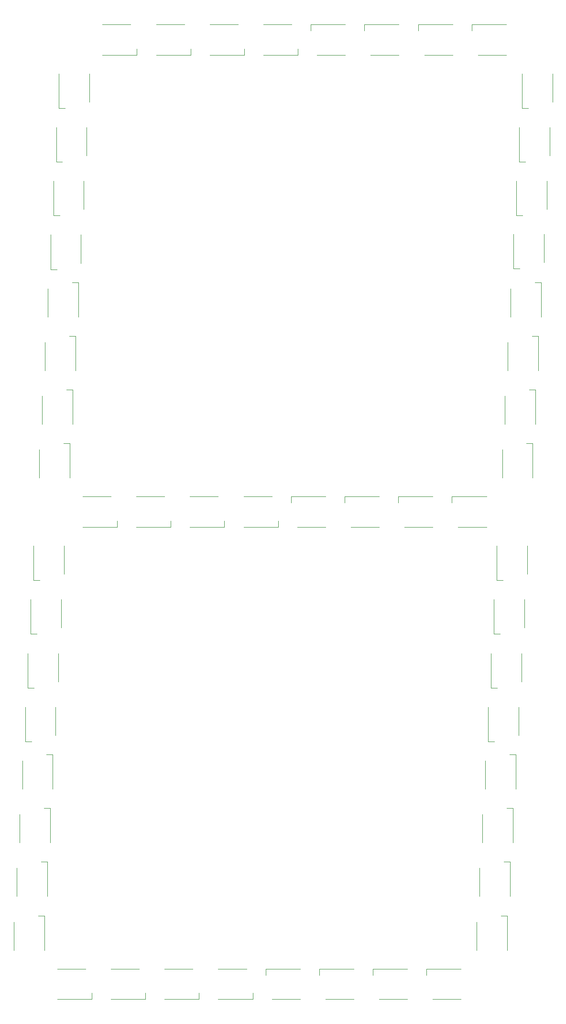
<source format=gbr>
G04 #@! TF.GenerationSoftware,KiCad,Pcbnew,(5.1.4)-1*
G04 #@! TF.CreationDate,2019-11-12T22:00:31+01:00*
G04 #@! TF.ProjectId,Digit,44696769-742e-46b6-9963-61645f706362,rev?*
G04 #@! TF.SameCoordinates,Original*
G04 #@! TF.FileFunction,Legend,Top*
G04 #@! TF.FilePolarity,Positive*
%FSLAX46Y46*%
G04 Gerber Fmt 4.6, Leading zero omitted, Abs format (unit mm)*
G04 Created by KiCad (PCBNEW (5.1.4)-1) date 2019-11-12 22:00:31*
%MOMM*%
%LPD*%
G04 APERTURE LIST*
%ADD10C,0.120000*%
G04 APERTURE END LIST*
D10*
X83200000Y-53500000D02*
X83200000Y-58500000D01*
X78900000Y-59600000D02*
X77800000Y-59600000D01*
X77800000Y-59600000D02*
X77800000Y-53500000D01*
X128500000Y-50200000D02*
X123500000Y-50200000D01*
X122400000Y-45900000D02*
X122400000Y-44800000D01*
X122400000Y-44800000D02*
X128500000Y-44800000D01*
X114000000Y-44800000D02*
X119000000Y-44800000D01*
X120100000Y-49100000D02*
X120100000Y-50200000D01*
X120100000Y-50200000D02*
X114000000Y-50200000D01*
X85500000Y-44800000D02*
X90500000Y-44800000D01*
X91600000Y-49100000D02*
X91600000Y-50200000D01*
X91600000Y-50200000D02*
X85500000Y-50200000D01*
X95000000Y-44800000D02*
X100000000Y-44800000D01*
X101100000Y-49100000D02*
X101100000Y-50200000D01*
X101100000Y-50200000D02*
X95000000Y-50200000D01*
X104500000Y-44800000D02*
X109500000Y-44800000D01*
X110600000Y-49100000D02*
X110600000Y-50200000D01*
X110600000Y-50200000D02*
X104500000Y-50200000D01*
X82700000Y-63000000D02*
X82700000Y-68000000D01*
X78400000Y-69100000D02*
X77300000Y-69100000D01*
X77300000Y-69100000D02*
X77300000Y-63000000D01*
X82200000Y-72500000D02*
X82200000Y-77500000D01*
X77900000Y-78600000D02*
X76800000Y-78600000D01*
X76800000Y-78600000D02*
X76800000Y-72500000D01*
X81700000Y-82000000D02*
X81700000Y-87000000D01*
X77400000Y-88100000D02*
X76300000Y-88100000D01*
X76300000Y-88100000D02*
X76300000Y-82000000D01*
X78700000Y-137000000D02*
X78700000Y-142000000D01*
X74400000Y-143100000D02*
X73300000Y-143100000D01*
X73300000Y-143100000D02*
X73300000Y-137000000D01*
X78200000Y-146500000D02*
X78200000Y-151500000D01*
X73900000Y-152600000D02*
X72800000Y-152600000D01*
X72800000Y-152600000D02*
X72800000Y-146500000D01*
X77700000Y-156000000D02*
X77700000Y-161000000D01*
X73400000Y-162100000D02*
X72300000Y-162100000D01*
X72300000Y-162100000D02*
X72300000Y-156000000D01*
X77200000Y-165500000D02*
X77200000Y-170500000D01*
X72900000Y-171600000D02*
X71800000Y-171600000D01*
X71800000Y-171600000D02*
X71800000Y-165500000D01*
X74300000Y-125000000D02*
X74300000Y-120000000D01*
X78600000Y-118900000D02*
X79700000Y-118900000D01*
X79700000Y-118900000D02*
X79700000Y-125000000D01*
X74800000Y-115500000D02*
X74800000Y-110500000D01*
X79100000Y-109400000D02*
X80200000Y-109400000D01*
X80200000Y-109400000D02*
X80200000Y-115500000D01*
X75300000Y-106000000D02*
X75300000Y-101000000D01*
X79600000Y-99900000D02*
X80700000Y-99900000D01*
X80700000Y-99900000D02*
X80700000Y-106000000D01*
X75800000Y-96500000D02*
X75800000Y-91500000D01*
X80100000Y-90400000D02*
X81200000Y-90400000D01*
X81200000Y-90400000D02*
X81200000Y-96500000D01*
X69800000Y-208500000D02*
X69800000Y-203500000D01*
X74100000Y-202400000D02*
X75200000Y-202400000D01*
X75200000Y-202400000D02*
X75200000Y-208500000D01*
X70300000Y-199000000D02*
X70300000Y-194000000D01*
X74600000Y-192900000D02*
X75700000Y-192900000D01*
X75700000Y-192900000D02*
X75700000Y-199000000D01*
X70800000Y-189500000D02*
X70800000Y-184500000D01*
X75100000Y-183400000D02*
X76200000Y-183400000D01*
X76200000Y-183400000D02*
X76200000Y-189500000D01*
X71300000Y-180000000D02*
X71300000Y-175000000D01*
X75600000Y-173900000D02*
X76700000Y-173900000D01*
X76700000Y-173900000D02*
X76700000Y-180000000D01*
X82000000Y-128300000D02*
X87000000Y-128300000D01*
X88100000Y-132600000D02*
X88100000Y-133700000D01*
X88100000Y-133700000D02*
X82000000Y-133700000D01*
X91500000Y-128300000D02*
X96500000Y-128300000D01*
X97600000Y-132600000D02*
X97600000Y-133700000D01*
X97600000Y-133700000D02*
X91500000Y-133700000D01*
X101000000Y-128300000D02*
X106000000Y-128300000D01*
X107100000Y-132600000D02*
X107100000Y-133700000D01*
X107100000Y-133700000D02*
X101000000Y-133700000D01*
X110500000Y-128300000D02*
X115500000Y-128300000D01*
X116600000Y-132600000D02*
X116600000Y-133700000D01*
X116600000Y-133700000D02*
X110500000Y-133700000D01*
X77500000Y-211800000D02*
X82500000Y-211800000D01*
X83600000Y-216100000D02*
X83600000Y-217200000D01*
X83600000Y-217200000D02*
X77500000Y-217200000D01*
X87000000Y-211800000D02*
X92000000Y-211800000D01*
X93100000Y-216100000D02*
X93100000Y-217200000D01*
X93100000Y-217200000D02*
X87000000Y-217200000D01*
X96500000Y-211800000D02*
X101500000Y-211800000D01*
X102600000Y-216100000D02*
X102600000Y-217200000D01*
X102600000Y-217200000D02*
X96500000Y-217200000D01*
X106000000Y-211800000D02*
X111000000Y-211800000D01*
X112100000Y-216100000D02*
X112100000Y-217200000D01*
X112100000Y-217200000D02*
X106000000Y-217200000D01*
X153500000Y-133700000D02*
X148500000Y-133700000D01*
X147400000Y-129400000D02*
X147400000Y-128300000D01*
X147400000Y-128300000D02*
X153500000Y-128300000D01*
X144000000Y-133700000D02*
X139000000Y-133700000D01*
X137900000Y-129400000D02*
X137900000Y-128300000D01*
X137900000Y-128300000D02*
X144000000Y-128300000D01*
X134500000Y-133700000D02*
X129500000Y-133700000D01*
X128400000Y-129400000D02*
X128400000Y-128300000D01*
X128400000Y-128300000D02*
X134500000Y-128300000D01*
X125000000Y-133700000D02*
X120000000Y-133700000D01*
X118900000Y-129400000D02*
X118900000Y-128300000D01*
X118900000Y-128300000D02*
X125000000Y-128300000D01*
X149000000Y-217200000D02*
X144000000Y-217200000D01*
X142900000Y-212900000D02*
X142900000Y-211800000D01*
X142900000Y-211800000D02*
X149000000Y-211800000D01*
X139500000Y-217200000D02*
X134500000Y-217200000D01*
X133400000Y-212900000D02*
X133400000Y-211800000D01*
X133400000Y-211800000D02*
X139500000Y-211800000D01*
X130000000Y-217200000D02*
X125000000Y-217200000D01*
X123900000Y-212900000D02*
X123900000Y-211800000D01*
X123900000Y-211800000D02*
X130000000Y-211800000D01*
X120500000Y-217200000D02*
X115500000Y-217200000D01*
X114400000Y-212900000D02*
X114400000Y-211800000D01*
X114400000Y-211800000D02*
X120500000Y-211800000D01*
X156300000Y-125000000D02*
X156300000Y-120000000D01*
X160600000Y-118900000D02*
X161700000Y-118900000D01*
X161700000Y-118900000D02*
X161700000Y-125000000D01*
X156800000Y-115500000D02*
X156800000Y-110500000D01*
X161100000Y-109400000D02*
X162200000Y-109400000D01*
X162200000Y-109400000D02*
X162200000Y-115500000D01*
X157300000Y-106000000D02*
X157300000Y-101000000D01*
X161600000Y-99900000D02*
X162700000Y-99900000D01*
X162700000Y-99900000D02*
X162700000Y-106000000D01*
X157800000Y-96500000D02*
X157800000Y-91500000D01*
X162100000Y-90400000D02*
X163200000Y-90400000D01*
X163200000Y-90400000D02*
X163200000Y-96500000D01*
X151800000Y-208500000D02*
X151800000Y-203500000D01*
X156100000Y-202400000D02*
X157200000Y-202400000D01*
X157200000Y-202400000D02*
X157200000Y-208500000D01*
X152300000Y-199000000D02*
X152300000Y-194000000D01*
X156600000Y-192900000D02*
X157700000Y-192900000D01*
X157700000Y-192900000D02*
X157700000Y-199000000D01*
X152800000Y-189500000D02*
X152800000Y-184500000D01*
X157100000Y-183400000D02*
X158200000Y-183400000D01*
X158200000Y-183400000D02*
X158200000Y-189500000D01*
X153300000Y-180000000D02*
X153300000Y-175000000D01*
X157600000Y-173900000D02*
X158700000Y-173900000D01*
X158700000Y-173900000D02*
X158700000Y-180000000D01*
X165200000Y-53500000D02*
X165200000Y-58500000D01*
X160900000Y-59600000D02*
X159800000Y-59600000D01*
X159800000Y-59600000D02*
X159800000Y-53500000D01*
X164700000Y-63000000D02*
X164700000Y-68000000D01*
X160400000Y-69100000D02*
X159300000Y-69100000D01*
X159300000Y-69100000D02*
X159300000Y-63000000D01*
X164200000Y-72500000D02*
X164200000Y-77500000D01*
X159900000Y-78600000D02*
X158800000Y-78600000D01*
X158800000Y-78600000D02*
X158800000Y-72500000D01*
X163700000Y-81900000D02*
X163700000Y-86900000D01*
X159400000Y-88000000D02*
X158300000Y-88000000D01*
X158300000Y-88000000D02*
X158300000Y-81900000D01*
X160700000Y-137000000D02*
X160700000Y-142000000D01*
X156400000Y-143100000D02*
X155300000Y-143100000D01*
X155300000Y-143100000D02*
X155300000Y-137000000D01*
X160200000Y-146500000D02*
X160200000Y-151500000D01*
X155900000Y-152600000D02*
X154800000Y-152600000D01*
X154800000Y-152600000D02*
X154800000Y-146500000D01*
X159700000Y-156000000D02*
X159700000Y-161000000D01*
X155400000Y-162100000D02*
X154300000Y-162100000D01*
X154300000Y-162100000D02*
X154300000Y-156000000D01*
X159200000Y-165500000D02*
X159200000Y-170500000D01*
X154900000Y-171600000D02*
X153800000Y-171600000D01*
X153800000Y-171600000D02*
X153800000Y-165500000D01*
X157000000Y-50200000D02*
X152000000Y-50200000D01*
X150900000Y-45900000D02*
X150900000Y-44800000D01*
X150900000Y-44800000D02*
X157000000Y-44800000D01*
X147500000Y-50200000D02*
X142500000Y-50200000D01*
X141400000Y-45900000D02*
X141400000Y-44800000D01*
X141400000Y-44800000D02*
X147500000Y-44800000D01*
X138000000Y-50200000D02*
X133000000Y-50200000D01*
X131900000Y-45900000D02*
X131900000Y-44800000D01*
X131900000Y-44800000D02*
X138000000Y-44800000D01*
M02*

</source>
